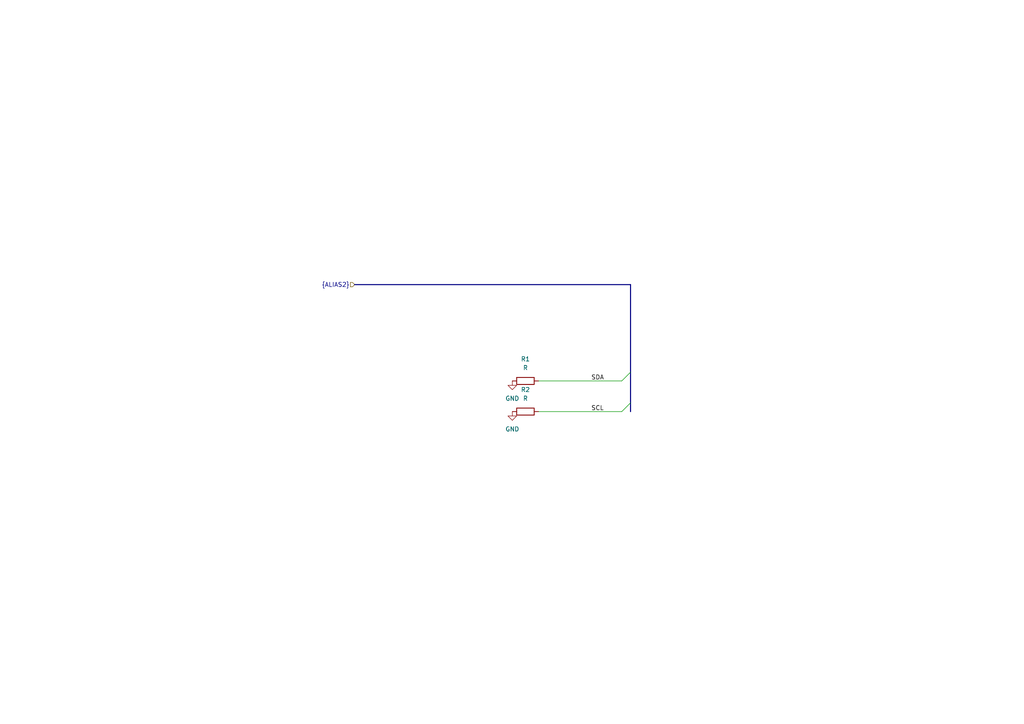
<source format=kicad_sch>
(kicad_sch (version 20230121) (generator eeschema)
  (paper "A4")
  (lib_symbols
    (symbol "Device:R" (pin_numbers hide) (pin_names (offset 0))
      (property "Reference" "R" (at 2.032 0 90))
      (property "Value" "R" (at 0 0 90))
      (symbol "R_0_1"
        (rectangle (start -1.016 -2.54) (end 1.016 2.54) (stroke (width 0.254)))
      )
      (symbol "R_1_1"
        (pin passive line (at 0 3.81 270) (length 1.27) (name "~") (number "1"))
        (pin passive line (at 0 -3.81 90) (length 1.27) (name "~") (number "2"))
      )
    )
    (symbol "power:GND" (power) (pin_names (offset 0))
      (property "Value" "GND" (at 0 -3.81 0))
      (symbol "GND_0_1"
        (polyline (pts (xy 0 0) (xy 0 -1.27) (xy 1.27 -1.27) (xy 0 -2.54) (xy -1.27 -1.27) (xy 0 -1.27)))
      )
      (symbol "GND_1_1"
        (pin power_in line (at 0 0 270) (length 0) hide (name "GND") (number "1"))
      )
    )
  )
  (bus_entry (at 182.88 107.95) (size -2.54 2.54))
  (bus_entry (at 182.88 116.84) (size -2.54 2.54))
  (bus (pts (xy 182.88 107.95) (xy 182.88 116.84)))
  (bus (pts (xy 182.88 116.84) (xy 182.88 119.38)))
  (wire (pts (xy 156.21 110.49) (xy 180.34 110.49)))
  (bus (pts (xy 182.88 82.55) (xy 182.88 107.95)))
  (bus (pts (xy 102.87 82.55) (xy 182.88 82.55)))
  (wire (pts (xy 156.21 119.38) (xy 180.34 119.38)))
  (label "SDA" (at 171.45 110.49 0))
  (label "SCL" (at 171.45 119.38 0))
  (hierarchical_label "{ALIAS2}" (shape input) (at 102.87 82.55 180))
  (symbol (lib_id "power:GND") (at 148.59 110.49 0) (unit 1)
    (property "Reference" "#PWR0101" (effects hide))
    (property "Value" "GND" (at 148.59 115.57 0))
    (instances (project "hierarchy_aliases" (path "" (reference "#PWR0101") (unit 1)) (path "" (reference "#PWR0103") (unit 1))))
  )
  (symbol (lib_id "Device:R") (at 152.4 110.49 90) (unit 1)
    (property "Reference" "R1" (at 152.4 104.14 90))
    (property "Value" "R" (at 152.4 106.68 90))
    (instances (project "hierarchy_aliases" (path "" (reference "R1") (unit 1)) (path "" (reference "R3") (unit 1))))
  )
  (symbol (lib_id "power:GND") (at 148.59 119.38 0) (unit 1)
    (property "Reference" "#PWR0102" (effects hide))
    (property "Value" "GND" (at 148.59 124.46 0))
    (instances (project "hierarchy_aliases" (path "" (reference "#PWR0102") (unit 1)) (path "" (reference "#PWR0104") (unit 1))))
  )
  (symbol (lib_id "Device:R") (at 152.4 119.38 90) (unit 1)
    (property "Reference" "R2" (at 152.4 113.03 90))
    (property "Value" "R" (at 152.4 115.57 90))
    (instances (project "hierarchy_aliases" (path "" (reference "R2") (unit 1)) (path "" (reference "R4") (unit 1))))
  )
)
</source>
